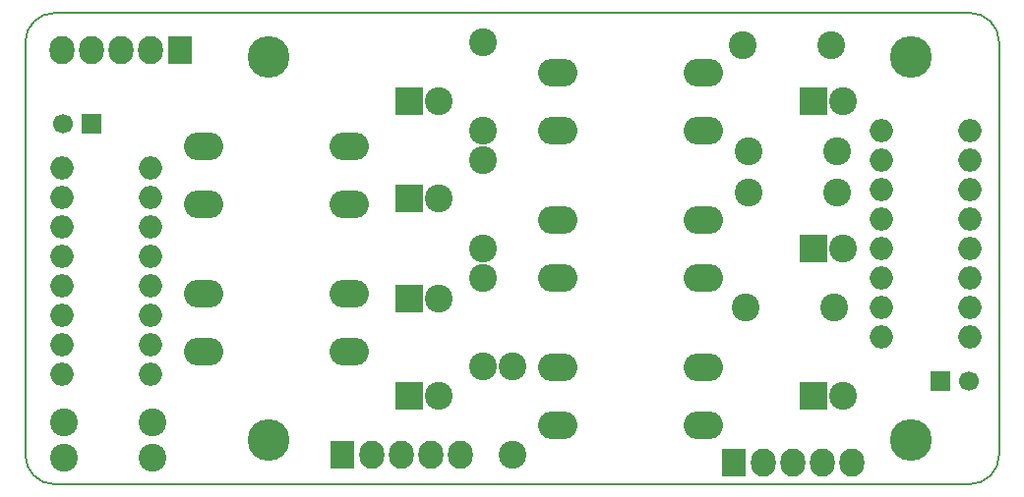
<source format=gbr>
G04 #@! TF.FileFunction,Soldermask,Top*
%FSLAX46Y46*%
G04 Gerber Fmt 4.6, Leading zero omitted, Abs format (unit mm)*
G04 Created by KiCad (PCBNEW 4.0.2-4+6225~38~ubuntu14.04.1-stable) date mer. 25 mai 2016 20:43:00 CEST*
%MOMM*%
G01*
G04 APERTURE LIST*
%ADD10C,0.100000*%
%ADD11C,0.150000*%
%ADD12O,3.399740X2.398980*%
%ADD13O,2.000000X2.000000*%
%ADD14R,1.700000X1.700000*%
%ADD15C,1.700000*%
%ADD16C,2.398980*%
%ADD17R,2.127200X2.432000*%
%ADD18O,2.127200X2.432000*%
%ADD19C,3.600000*%
%ADD20R,2.400000X2.400000*%
%ADD21C,2.400000*%
G04 APERTURE END LIST*
D10*
D11*
X63500000Y-129540000D02*
G75*
G03X66040000Y-132080000I2540000J0D01*
G01*
X144780000Y-132080000D02*
G75*
G03X147320000Y-129540000I0J2540000D01*
G01*
X147320000Y-93980000D02*
G75*
G03X144780000Y-91440000I-2540000J0D01*
G01*
X66040000Y-91440000D02*
G75*
G03X63500000Y-93980000I0J-2540000D01*
G01*
X63500000Y-129540000D02*
X63500000Y-93980000D01*
X66040000Y-132080000D02*
X144780000Y-132080000D01*
X147320000Y-93980000D02*
X147320000Y-129540000D01*
X66040000Y-91440000D02*
X144780000Y-91440000D01*
D12*
X91340940Y-107909360D03*
X78839060Y-107909360D03*
X78839060Y-102910640D03*
X91340940Y-102910640D03*
D13*
X137160000Y-119380000D03*
X137160000Y-116840000D03*
X137160000Y-114300000D03*
X137160000Y-111760000D03*
X137160000Y-109220000D03*
X137160000Y-106680000D03*
X137160000Y-104140000D03*
X137160000Y-101600000D03*
X144780000Y-101600000D03*
X144780000Y-104140000D03*
X144780000Y-106680000D03*
X144780000Y-109220000D03*
X144780000Y-111760000D03*
X144780000Y-114300000D03*
X144780000Y-116840000D03*
X144780000Y-119380000D03*
X74295000Y-104775000D03*
X74295000Y-107315000D03*
X74295000Y-109855000D03*
X74295000Y-112395000D03*
X74295000Y-114935000D03*
X74295000Y-117475000D03*
X74295000Y-120015000D03*
X74295000Y-122555000D03*
X66675000Y-122555000D03*
X66675000Y-120015000D03*
X66675000Y-117475000D03*
X66675000Y-114935000D03*
X66675000Y-112395000D03*
X66675000Y-109855000D03*
X66675000Y-107315000D03*
X66675000Y-104775000D03*
D14*
X69215000Y-100965000D03*
D15*
X66715000Y-100965000D03*
D14*
X142240000Y-123190000D03*
D15*
X144740000Y-123190000D03*
D16*
X132842000Y-94234000D03*
X125222000Y-94234000D03*
X74422000Y-126746000D03*
X66802000Y-126746000D03*
X102870000Y-101600000D03*
X102870000Y-93980000D03*
X102870000Y-104140000D03*
X102870000Y-111760000D03*
X102870000Y-114300000D03*
X102870000Y-121920000D03*
X105410000Y-121920000D03*
X105410000Y-129540000D03*
X125730000Y-103378000D03*
X133350000Y-103378000D03*
X125730000Y-106934000D03*
X133350000Y-106934000D03*
X125476000Y-116840000D03*
X133096000Y-116840000D03*
D17*
X90805000Y-129540000D03*
D18*
X93345000Y-129540000D03*
X95885000Y-129540000D03*
X98425000Y-129540000D03*
X100965000Y-129540000D03*
D12*
X78839060Y-115610640D03*
X91340940Y-115610640D03*
X91340940Y-120609360D03*
X78839060Y-120609360D03*
X109319060Y-96560640D03*
X121820940Y-96560640D03*
X121820940Y-101559360D03*
X109319060Y-101559360D03*
X109319060Y-109260640D03*
X121820940Y-109260640D03*
X121820940Y-114259360D03*
X109319060Y-114259360D03*
X109319060Y-121960640D03*
X121820940Y-121960640D03*
X121820940Y-126959360D03*
X109319060Y-126959360D03*
D17*
X76835000Y-94615000D03*
D18*
X74295000Y-94615000D03*
X71755000Y-94615000D03*
X69215000Y-94615000D03*
X66675000Y-94615000D03*
D17*
X124460000Y-130175000D03*
D18*
X127000000Y-130175000D03*
X129540000Y-130175000D03*
X132080000Y-130175000D03*
X134620000Y-130175000D03*
D19*
X84455000Y-95250000D03*
X84455000Y-128270000D03*
X139700000Y-128270000D03*
X139700000Y-95250000D03*
D16*
X66802000Y-129794000D03*
X74422000Y-129794000D03*
D20*
X96520000Y-99060000D03*
D21*
X99060000Y-99060000D03*
D20*
X96520000Y-107442000D03*
D21*
X99060000Y-107442000D03*
D20*
X96520000Y-116078000D03*
D21*
X99060000Y-116078000D03*
D20*
X96520000Y-124460000D03*
D21*
X99060000Y-124460000D03*
D20*
X131318000Y-99060000D03*
D21*
X133858000Y-99060000D03*
D20*
X131318000Y-111760000D03*
D21*
X133858000Y-111760000D03*
D20*
X131318000Y-124460000D03*
D21*
X133858000Y-124460000D03*
M02*

</source>
